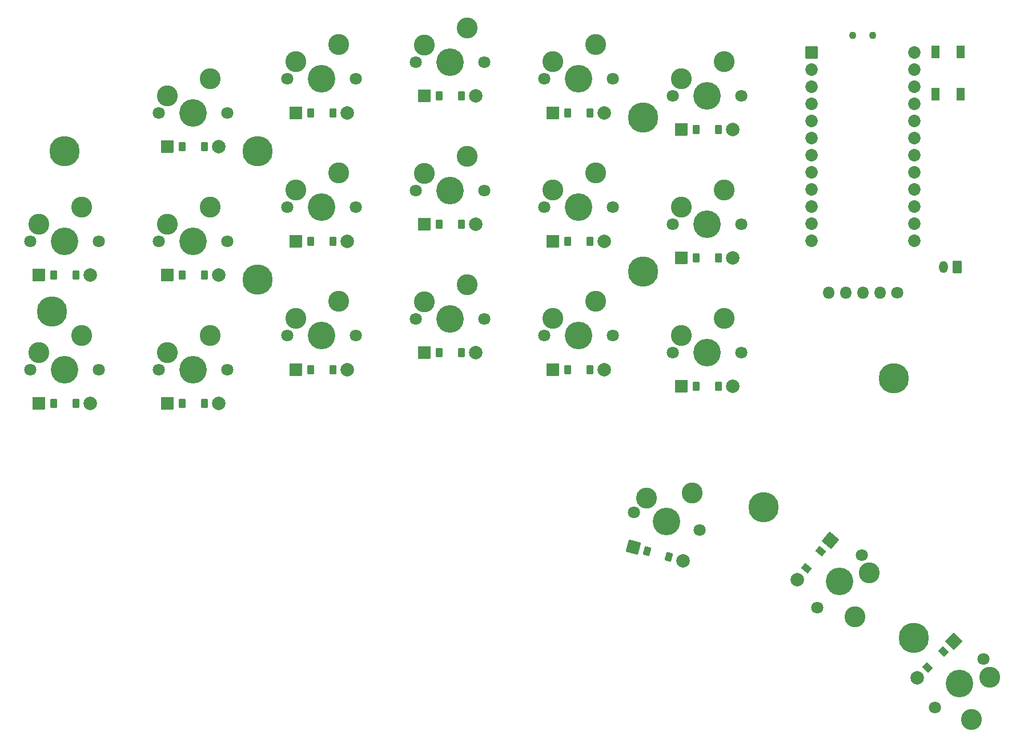
<source format=gbr>
%TF.GenerationSoftware,KiCad,Pcbnew,9.0.7*%
%TF.CreationDate,2026-02-06T22:36:50+02:00*%
%TF.ProjectId,juubo_left_finished,6a757562-6f5f-46c6-9566-745f66696e69,v1.0.0*%
%TF.SameCoordinates,Original*%
%TF.FileFunction,Soldermask,Top*%
%TF.FilePolarity,Negative*%
%FSLAX46Y46*%
G04 Gerber Fmt 4.6, Leading zero omitted, Abs format (unit mm)*
G04 Created by KiCad (PCBNEW 9.0.7) date 2026-02-06 22:36:50*
%MOMM*%
%LPD*%
G01*
G04 APERTURE LIST*
G04 Aperture macros list*
%AMRoundRect*
0 Rectangle with rounded corners*
0 $1 Rounding radius*
0 $2 $3 $4 $5 $6 $7 $8 $9 X,Y pos of 4 corners*
0 Add a 4 corners polygon primitive as box body*
4,1,4,$2,$3,$4,$5,$6,$7,$8,$9,$2,$3,0*
0 Add four circle primitives for the rounded corners*
1,1,$1+$1,$2,$3*
1,1,$1+$1,$4,$5*
1,1,$1+$1,$6,$7*
1,1,$1+$1,$8,$9*
0 Add four rect primitives between the rounded corners*
20,1,$1+$1,$2,$3,$4,$5,0*
20,1,$1+$1,$4,$5,$6,$7,0*
20,1,$1+$1,$6,$7,$8,$9,0*
20,1,$1+$1,$8,$9,$2,$3,0*%
G04 Aperture macros list end*
%ADD10C,1.100000*%
%ADD11RoundRect,0.050000X0.550000X-0.900000X0.550000X0.900000X-0.550000X0.900000X-0.550000X-0.900000X0*%
%ADD12RoundRect,0.050000X-0.889000X-0.889000X0.889000X-0.889000X0.889000X0.889000X-0.889000X0.889000X0*%
%ADD13RoundRect,0.050000X-0.450000X-0.600000X0.450000X-0.600000X0.450000X0.600000X-0.450000X0.600000X0*%
%ADD14C,2.005000*%
%ADD15C,0.800000*%
%ADD16C,4.500000*%
%ADD17C,1.801800*%
%ADD18C,3.100000*%
%ADD19C,4.087800*%
%ADD20RoundRect,0.050000X0.600000X0.850000X-0.600000X0.850000X-0.600000X-0.850000X0.600000X-0.850000X0*%
%ADD21O,1.300000X1.800000*%
%ADD22RoundRect,0.050000X-0.876300X0.876300X-0.876300X-0.876300X0.876300X-0.876300X0.876300X0.876300X0*%
%ADD23C,1.852600*%
%ADD24RoundRect,0.050000X-1.088798X-0.628618X0.628618X-1.088798X1.088798X0.628618X-0.628618X1.088798X0*%
%ADD25RoundRect,0.050000X-0.589958X-0.463087X0.279375X-0.696024X0.589958X0.463087X-0.279375X0.696024X0*%
%ADD26O,1.800000X1.800000*%
%ADD27C,1.800000*%
%ADD28RoundRect,0.050000X-0.109575X1.252452X-1.252452X-0.109575X0.109575X-1.252452X1.252452X0.109575X0*%
%ADD29RoundRect,0.050000X-0.170372X0.730393X-0.748881X0.040953X0.170372X-0.730393X0.748881X-0.040953X0*%
%ADD30RoundRect,0.050000X0.000000X1.257236X-1.257236X0.000000X0.000000X-1.257236X1.257236X0.000000X0*%
%ADD31RoundRect,0.050000X-0.106066X0.742462X-0.742462X0.106066X0.106066X-0.742462X0.742462X-0.106066X0*%
G04 APERTURE END LIST*
D10*
%TO.C,T1*%
X216800000Y-50410500D03*
X219800000Y-50410500D03*
%TD*%
D11*
%TO.C,B1*%
X229127500Y-59110000D03*
X229127500Y-52910000D03*
X232827500Y-59110000D03*
X232827500Y-52910000D03*
%TD*%
D12*
%TO.C,D1*%
X96190000Y-105000000D03*
D13*
X98350000Y-105000000D03*
X101650000Y-105000000D03*
D14*
X103810000Y-105000000D03*
%TD*%
D15*
%TO.C,_8*%
X184075000Y-85475000D03*
X184558274Y-84308274D03*
X184558274Y-86641726D03*
X185725000Y-83825000D03*
D16*
X185725000Y-85475000D03*
D15*
X185725000Y-87125000D03*
X186891726Y-84308274D03*
X186891726Y-86641726D03*
X187375000Y-85475000D03*
%TD*%
%TO.C,_9*%
X221222500Y-101310000D03*
X221705774Y-100143274D03*
X221705774Y-102476726D03*
X222872500Y-99660000D03*
D16*
X222872500Y-101310000D03*
D15*
X222872500Y-102960000D03*
X224039226Y-100143274D03*
X224039226Y-102476726D03*
X224522500Y-101310000D03*
%TD*%
%TO.C,_3*%
X126925000Y-67615000D03*
X127408274Y-66448274D03*
X127408274Y-68781726D03*
X128575000Y-65965000D03*
D16*
X128575000Y-67615000D03*
D15*
X128575000Y-69265000D03*
X129741726Y-66448274D03*
X129741726Y-68781726D03*
X130225000Y-67615000D03*
%TD*%
D17*
%TO.C,S5*%
X113970000Y-61900000D03*
D18*
X115240000Y-59360000D03*
D19*
X119050000Y-61900000D03*
D18*
X121590000Y-56820000D03*
D17*
X124130000Y-61900000D03*
%TD*%
%TO.C,S6*%
X133020000Y-95000000D03*
D18*
X134290000Y-92460000D03*
D19*
X138100000Y-95000000D03*
D18*
X140640000Y-89920000D03*
D17*
X143180000Y-95000000D03*
%TD*%
%TO.C,S8*%
X133020000Y-56900000D03*
D18*
X134290000Y-54360000D03*
D19*
X138100000Y-56900000D03*
D18*
X140640000Y-51820000D03*
D17*
X143180000Y-56900000D03*
%TD*%
D12*
%TO.C,D9*%
X153340000Y-97500000D03*
D13*
X155500000Y-97500000D03*
X158800000Y-97500000D03*
D14*
X160960000Y-97500000D03*
%TD*%
D20*
%TO.C,JST1*%
X232300000Y-84822500D03*
D21*
X230300000Y-84822500D03*
%TD*%
D17*
%TO.C,S18*%
X184343097Y-121235199D03*
D18*
X186227223Y-119110448D03*
D19*
X189250000Y-122550000D03*
D18*
X193018252Y-118300497D03*
D17*
X194156903Y-123864801D03*
%TD*%
D22*
%TO.C,MCU1*%
X210680000Y-52955000D03*
D23*
X210680000Y-55495000D03*
X210680000Y-58035000D03*
X210680000Y-60575000D03*
X210680000Y-63115000D03*
X210680000Y-65655000D03*
X210680000Y-68195000D03*
X210680000Y-70735000D03*
X210680000Y-73275000D03*
X210680000Y-75815000D03*
X210680000Y-78355000D03*
X210680000Y-80895000D03*
X225920000Y-52955000D03*
X225920000Y-55495000D03*
X225920000Y-58035000D03*
X225920000Y-60575000D03*
X225920000Y-63115000D03*
X225920000Y-65655000D03*
X225920000Y-68195000D03*
X225920000Y-70735000D03*
X225920000Y-73275000D03*
X225920000Y-75815000D03*
X225920000Y-78355000D03*
X225920000Y-80895000D03*
%TD*%
D17*
%TO.C,S20*%
X236197306Y-142998204D03*
D18*
X237095332Y-145692280D03*
D19*
X232605204Y-146590306D03*
D18*
X234401255Y-151978460D03*
D17*
X229013102Y-150182408D03*
%TD*%
D24*
%TO.C,D18*%
X184275728Y-126393527D03*
D25*
X186362127Y-126952579D03*
X189549683Y-127806679D03*
D14*
X191636082Y-128365731D03*
%TD*%
D17*
%TO.C,S11*%
X152070000Y-54400000D03*
D18*
X153340000Y-51860000D03*
D19*
X157150000Y-54400000D03*
D18*
X159690000Y-49320000D03*
D17*
X162230000Y-54400000D03*
%TD*%
D12*
%TO.C,D16*%
X191440000Y-83450000D03*
D13*
X193600000Y-83450000D03*
X196900000Y-83450000D03*
D14*
X199060000Y-83450000D03*
%TD*%
D12*
%TO.C,D13*%
X172390000Y-80950000D03*
D13*
X174550000Y-80950000D03*
X177850000Y-80950000D03*
D14*
X180010000Y-80950000D03*
%TD*%
D12*
%TO.C,D6*%
X134290000Y-100000000D03*
D13*
X136450000Y-100000000D03*
X139750000Y-100000000D03*
D14*
X141910000Y-100000000D03*
%TD*%
D12*
%TO.C,D15*%
X191440000Y-102500000D03*
D13*
X193600000Y-102500000D03*
X196900000Y-102500000D03*
D14*
X199060000Y-102500000D03*
%TD*%
D17*
%TO.C,S9*%
X152070000Y-92500000D03*
D18*
X153340000Y-89960000D03*
D19*
X157150000Y-92500000D03*
D18*
X159690000Y-87420000D03*
D17*
X162230000Y-92500000D03*
%TD*%
D12*
%TO.C,D7*%
X134290000Y-80950000D03*
D13*
X136450000Y-80950000D03*
X139750000Y-80950000D03*
D14*
X141910000Y-80950000D03*
%TD*%
D12*
%TO.C,D17*%
X191440000Y-64400000D03*
D13*
X193600000Y-64400000D03*
X196900000Y-64400000D03*
D14*
X199060000Y-64400000D03*
%TD*%
D17*
%TO.C,S15*%
X190170000Y-97500000D03*
D18*
X191440000Y-94960000D03*
D19*
X195250000Y-97500000D03*
D18*
X197790000Y-92420000D03*
D17*
X200330000Y-97500000D03*
%TD*%
D12*
%TO.C,D12*%
X172390000Y-100000000D03*
D13*
X174550000Y-100000000D03*
X177850000Y-100000000D03*
D14*
X180010000Y-100000000D03*
%TD*%
D26*
%TO.C,DISP1*%
X213220000Y-88625000D03*
X215760000Y-88625000D03*
X218300000Y-88625000D03*
X220840000Y-88625000D03*
D27*
X223380000Y-88625000D03*
%TD*%
D15*
%TO.C,_5*%
X126925000Y-86665000D03*
X127408274Y-85498274D03*
X127408274Y-87831726D03*
X128575000Y-85015000D03*
D16*
X128575000Y-86665000D03*
D15*
X128575000Y-88315000D03*
X129741726Y-85498274D03*
X129741726Y-87831726D03*
X130225000Y-86665000D03*
%TD*%
D17*
%TO.C,S16*%
X190170000Y-78450000D03*
D18*
X191440000Y-75910000D03*
D19*
X195250000Y-78450000D03*
D18*
X197790000Y-73370000D03*
D17*
X200330000Y-78450000D03*
%TD*%
%TO.C,S7*%
X133020000Y-75950000D03*
D18*
X134290000Y-73410000D03*
D19*
X138100000Y-75950000D03*
D18*
X140640000Y-70870000D03*
D17*
X143180000Y-75950000D03*
%TD*%
D12*
%TO.C,D10*%
X153340000Y-78450000D03*
D13*
X155500000Y-78450000D03*
X158800000Y-78450000D03*
D14*
X160960000Y-78450000D03*
%TD*%
D12*
%TO.C,D2*%
X96190000Y-85950000D03*
D13*
X98350000Y-85950000D03*
X101650000Y-85950000D03*
D14*
X103810000Y-85950000D03*
%TD*%
D15*
%TO.C,_6*%
X202015994Y-120054036D03*
X202784772Y-119052144D03*
X202180830Y-121306086D03*
X204036822Y-118887308D03*
D16*
X203609772Y-120481086D03*
D15*
X203182722Y-122074864D03*
X205038714Y-119656086D03*
X204434772Y-121910028D03*
X205203550Y-120908136D03*
%TD*%
D12*
%TO.C,D4*%
X115240000Y-85950000D03*
D13*
X117400000Y-85950000D03*
X120700000Y-85950000D03*
D14*
X122860000Y-85950000D03*
%TD*%
D12*
%TO.C,D3*%
X115240000Y-105000000D03*
D13*
X117400000Y-105000000D03*
X120700000Y-105000000D03*
D14*
X122860000Y-105000000D03*
%TD*%
D17*
%TO.C,S17*%
X190170000Y-59400000D03*
D18*
X191440000Y-56860000D03*
D19*
X195250000Y-59400000D03*
D18*
X197790000Y-54320000D03*
D17*
X200330000Y-59400000D03*
%TD*%
%TO.C,S1*%
X94920000Y-100000000D03*
D18*
X96190000Y-97460000D03*
D19*
X100000000Y-100000000D03*
D18*
X102540000Y-94920000D03*
D17*
X105080000Y-100000000D03*
%TD*%
%TO.C,S10*%
X152070000Y-73450000D03*
D18*
X153340000Y-70910000D03*
D19*
X157150000Y-73450000D03*
D18*
X159690000Y-68370000D03*
D17*
X162230000Y-73450000D03*
%TD*%
D15*
%TO.C,_1*%
X96445000Y-91427500D03*
X96928274Y-90260774D03*
X96928274Y-92594226D03*
X98095000Y-89777500D03*
D16*
X98095000Y-91427500D03*
D15*
X98095000Y-93077500D03*
X99261726Y-90260774D03*
X99261726Y-92594226D03*
X99745000Y-91427500D03*
%TD*%
%TO.C,_2*%
X98350000Y-67615000D03*
X98833274Y-66448274D03*
X98833274Y-68781726D03*
X100000000Y-65965000D03*
D16*
X100000000Y-67615000D03*
D15*
X100000000Y-69265000D03*
X101166726Y-66448274D03*
X101166726Y-68781726D03*
X101650000Y-67615000D03*
%TD*%
D17*
%TO.C,S2*%
X94920000Y-80950000D03*
D18*
X96190000Y-78410000D03*
D19*
X100000000Y-80950000D03*
D18*
X102540000Y-75870000D03*
D17*
X105080000Y-80950000D03*
%TD*%
%TO.C,S13*%
X171120000Y-75950000D03*
D18*
X172390000Y-73410000D03*
D19*
X176200000Y-75950000D03*
D18*
X178740000Y-70870000D03*
D17*
X181280000Y-75950000D03*
%TD*%
D15*
%TO.C,_7*%
X227036738Y-138688388D03*
X227520012Y-139855114D03*
X225870012Y-138205114D03*
X227036738Y-141021840D03*
D16*
X225870012Y-139855114D03*
D15*
X224703286Y-138688388D03*
X225870012Y-141505114D03*
X224220012Y-139855114D03*
X224703286Y-141021840D03*
%TD*%
D17*
%TO.C,S12*%
X171120000Y-95000000D03*
D18*
X172390000Y-92460000D03*
D19*
X176200000Y-95000000D03*
D18*
X178740000Y-89920000D03*
D17*
X181280000Y-95000000D03*
%TD*%
D28*
%TO.C,D19*%
X213479454Y-125350340D03*
D29*
X212091033Y-127004996D03*
X209969833Y-129532942D03*
D14*
X208581412Y-131187598D03*
%TD*%
D12*
%TO.C,D14*%
X172390000Y-61900000D03*
D13*
X174550000Y-61900000D03*
X177850000Y-61900000D03*
D14*
X180010000Y-61900000D03*
%TD*%
D12*
%TO.C,D5*%
X115240000Y-66900000D03*
D13*
X117400000Y-66900000D03*
X120700000Y-66900000D03*
D14*
X122860000Y-66900000D03*
%TD*%
D12*
%TO.C,D11*%
X153340000Y-59400000D03*
D13*
X155500000Y-59400000D03*
X158800000Y-59400000D03*
D14*
X160960000Y-59400000D03*
%TD*%
D17*
%TO.C,S19*%
X218126017Y-127591401D03*
D18*
X219255430Y-130196958D03*
D19*
X214860656Y-131482907D03*
D18*
X217119481Y-136694021D03*
D17*
X211595295Y-135374413D03*
%TD*%
D15*
%TO.C,_4*%
X184075000Y-62615000D03*
X184558274Y-61448274D03*
X184558274Y-63781726D03*
X185725000Y-60965000D03*
D16*
X185725000Y-62615000D03*
D15*
X185725000Y-64265000D03*
X186891726Y-61448274D03*
X186891726Y-63781726D03*
X187375000Y-62615000D03*
%TD*%
D12*
%TO.C,D8*%
X134290000Y-61900000D03*
D13*
X136450000Y-61900000D03*
X139750000Y-61900000D03*
D14*
X141910000Y-61900000D03*
%TD*%
D30*
%TO.C,D20*%
X231763747Y-140360695D03*
D31*
X230236396Y-141888046D03*
X227902944Y-144221498D03*
D14*
X226375593Y-145748849D03*
%TD*%
D17*
%TO.C,S3*%
X113970000Y-100000000D03*
D18*
X115240000Y-97460000D03*
D19*
X119050000Y-100000000D03*
D18*
X121590000Y-94920000D03*
D17*
X124130000Y-100000000D03*
%TD*%
%TO.C,S4*%
X113970000Y-80950000D03*
D18*
X115240000Y-78410000D03*
D19*
X119050000Y-80950000D03*
D18*
X121590000Y-75870000D03*
D17*
X124130000Y-80950000D03*
%TD*%
%TO.C,S14*%
X171120000Y-56900000D03*
D18*
X172390000Y-54360000D03*
D19*
X176200000Y-56900000D03*
D18*
X178740000Y-51820000D03*
D17*
X181280000Y-56900000D03*
%TD*%
M02*

</source>
